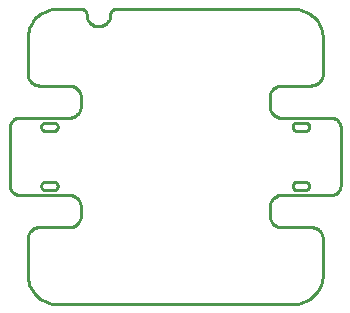
<source format=gko>
G04 EAGLE Gerber X2 export*
%TF.Part,Single*%
%TF.FileFunction,Profile,NP*%
%TF.FilePolarity,Positive*%
%TF.GenerationSoftware,Autodesk,EAGLE,9.6.2*%
%TF.CreationDate,2022-06-05T05:17:34Z*%
G75*
%MOMM*%
%FSLAX34Y34*%
%LPD*%
%IN*%
%AMOC8*
5,1,8,0,0,1.08239X$1,22.5*%
G01*
%ADD10C,0.254000*%


D10*
X0Y100300D02*
X30Y99603D01*
X122Y98911D01*
X273Y98229D01*
X482Y97564D01*
X750Y96919D01*
X1072Y96300D01*
X1447Y95711D01*
X1872Y95158D01*
X2343Y94643D01*
X2858Y94172D01*
X3411Y93747D01*
X4000Y93372D01*
X4619Y93050D01*
X5264Y92782D01*
X5929Y92573D01*
X6611Y92422D01*
X7303Y92330D01*
X8000Y92300D01*
X50000Y92300D01*
X50863Y92271D01*
X51721Y92167D01*
X52566Y91989D01*
X53392Y91737D01*
X54193Y91415D01*
X54963Y91024D01*
X55697Y90567D01*
X56387Y90048D01*
X57030Y89471D01*
X57620Y88840D01*
X58152Y88160D01*
X58624Y87437D01*
X59030Y86675D01*
X59369Y85880D01*
X59637Y85059D01*
X59832Y84218D01*
X59954Y83362D01*
X60000Y82500D01*
X60000Y75000D01*
X59962Y74128D01*
X59848Y73264D01*
X59659Y72412D01*
X59397Y71580D01*
X59063Y70774D01*
X58660Y70000D01*
X58192Y69264D01*
X57660Y68572D01*
X57071Y67929D01*
X56428Y67340D01*
X55736Y66808D01*
X55000Y66340D01*
X54226Y65937D01*
X53420Y65603D01*
X52588Y65341D01*
X51736Y65152D01*
X50872Y65038D01*
X50000Y65000D01*
X25000Y65000D01*
X24128Y64962D01*
X23264Y64848D01*
X22412Y64659D01*
X21580Y64397D01*
X20774Y64063D01*
X20000Y63660D01*
X19264Y63192D01*
X18572Y62660D01*
X17929Y62071D01*
X17340Y61428D01*
X16808Y60736D01*
X16340Y60000D01*
X15937Y59226D01*
X15603Y58420D01*
X15341Y57588D01*
X15152Y56736D01*
X15038Y55872D01*
X15000Y55000D01*
X15000Y25000D01*
X15095Y22821D01*
X15380Y20659D01*
X15852Y18530D01*
X16508Y16450D01*
X17342Y14435D01*
X18349Y12500D01*
X19521Y10661D01*
X20849Y8930D01*
X22322Y7322D01*
X23930Y5849D01*
X25661Y4521D01*
X27500Y3349D01*
X29435Y2342D01*
X31450Y1508D01*
X33530Y852D01*
X35659Y380D01*
X37821Y95D01*
X40000Y0D01*
X240000Y0D01*
X242179Y95D01*
X244341Y380D01*
X246470Y852D01*
X248551Y1508D01*
X250565Y2342D01*
X252500Y3349D01*
X254339Y4521D01*
X256070Y5849D01*
X257678Y7322D01*
X259151Y8930D01*
X260479Y10661D01*
X261651Y12500D01*
X262658Y14435D01*
X263492Y16450D01*
X264148Y18530D01*
X264620Y20659D01*
X264905Y22821D01*
X265000Y25000D01*
X265000Y55000D01*
X264962Y55872D01*
X264848Y56736D01*
X264659Y57588D01*
X264397Y58420D01*
X264063Y59226D01*
X263660Y60000D01*
X263192Y60736D01*
X262660Y61428D01*
X262071Y62071D01*
X261428Y62660D01*
X260736Y63192D01*
X260000Y63660D01*
X259226Y64063D01*
X258420Y64397D01*
X257588Y64659D01*
X256736Y64848D01*
X255872Y64962D01*
X255000Y65000D01*
X230000Y65000D01*
X229128Y65038D01*
X228264Y65152D01*
X227412Y65341D01*
X226580Y65603D01*
X225774Y65937D01*
X225000Y66340D01*
X224264Y66808D01*
X223572Y67340D01*
X222929Y67929D01*
X222340Y68572D01*
X221808Y69264D01*
X221340Y70000D01*
X220937Y70774D01*
X220603Y71580D01*
X220341Y72412D01*
X220152Y73264D01*
X220038Y74128D01*
X220000Y75000D01*
X220000Y82500D01*
X220046Y83362D01*
X220168Y84218D01*
X220363Y85059D01*
X220631Y85880D01*
X220970Y86675D01*
X221376Y87437D01*
X221848Y88160D01*
X222380Y88840D01*
X222970Y89471D01*
X223613Y90048D01*
X224304Y90567D01*
X225037Y91024D01*
X225807Y91415D01*
X226608Y91737D01*
X227434Y91989D01*
X228279Y92167D01*
X229137Y92271D01*
X230000Y92300D01*
X272000Y92300D01*
X272697Y92330D01*
X273389Y92422D01*
X274071Y92573D01*
X274736Y92782D01*
X275381Y93050D01*
X276000Y93372D01*
X276589Y93747D01*
X277142Y94172D01*
X277657Y94643D01*
X278128Y95158D01*
X278553Y95711D01*
X278928Y96300D01*
X279250Y96919D01*
X279518Y97564D01*
X279727Y98229D01*
X279878Y98911D01*
X279970Y99603D01*
X280000Y100300D01*
X280000Y149700D01*
X279970Y150397D01*
X279878Y151089D01*
X279727Y151771D01*
X279518Y152436D01*
X279250Y153081D01*
X278928Y153700D01*
X278553Y154289D01*
X278128Y154842D01*
X277657Y155357D01*
X277142Y155828D01*
X276589Y156253D01*
X276000Y156628D01*
X275381Y156950D01*
X274736Y157218D01*
X274071Y157427D01*
X273389Y157578D01*
X272697Y157670D01*
X272000Y157700D01*
X230000Y157700D01*
X229137Y157729D01*
X228279Y157833D01*
X227434Y158011D01*
X226608Y158263D01*
X225807Y158585D01*
X225037Y158976D01*
X224304Y159433D01*
X223613Y159952D01*
X222970Y160529D01*
X222380Y161160D01*
X221848Y161840D01*
X221376Y162563D01*
X220970Y163325D01*
X220631Y164120D01*
X220363Y164941D01*
X220168Y165782D01*
X220046Y166638D01*
X220000Y167500D01*
X220000Y175000D01*
X220038Y175872D01*
X220152Y176736D01*
X220341Y177588D01*
X220603Y178420D01*
X220937Y179226D01*
X221340Y180000D01*
X221808Y180736D01*
X222340Y181428D01*
X222929Y182071D01*
X223572Y182660D01*
X224264Y183192D01*
X225000Y183660D01*
X225774Y184063D01*
X226580Y184397D01*
X227412Y184659D01*
X228264Y184848D01*
X229128Y184962D01*
X230000Y185000D01*
X255000Y185000D01*
X255872Y185038D01*
X256736Y185152D01*
X257588Y185341D01*
X258420Y185603D01*
X259226Y185937D01*
X260000Y186340D01*
X260736Y186808D01*
X261428Y187340D01*
X262071Y187929D01*
X262660Y188572D01*
X263192Y189264D01*
X263660Y190000D01*
X264063Y190774D01*
X264397Y191580D01*
X264659Y192412D01*
X264848Y193264D01*
X264962Y194128D01*
X265000Y195000D01*
X265000Y225000D01*
X264905Y227179D01*
X264620Y229341D01*
X264148Y231470D01*
X263492Y233551D01*
X262658Y235565D01*
X261651Y237500D01*
X260479Y239339D01*
X259151Y241070D01*
X257678Y242678D01*
X256070Y244151D01*
X254339Y245479D01*
X252500Y246651D01*
X250565Y247658D01*
X248551Y248492D01*
X246470Y249148D01*
X244341Y249620D01*
X242179Y249905D01*
X240000Y250000D01*
X90000Y250000D01*
X89564Y249981D01*
X89132Y249924D01*
X88706Y249830D01*
X88290Y249698D01*
X87887Y249532D01*
X87500Y249330D01*
X87132Y249096D01*
X86786Y248830D01*
X86464Y248536D01*
X86170Y248214D01*
X85904Y247868D01*
X85670Y247500D01*
X85468Y247113D01*
X85302Y246710D01*
X85170Y246294D01*
X85076Y245868D01*
X85019Y245436D01*
X85000Y245000D01*
X84962Y244128D01*
X84848Y243264D01*
X84659Y242412D01*
X84397Y241580D01*
X84063Y240774D01*
X83660Y240000D01*
X83192Y239264D01*
X82660Y238572D01*
X82071Y237929D01*
X81428Y237340D01*
X80736Y236808D01*
X80000Y236340D01*
X79226Y235937D01*
X78420Y235603D01*
X77588Y235341D01*
X76736Y235152D01*
X75872Y235038D01*
X75000Y235000D01*
X74128Y235038D01*
X73264Y235152D01*
X72412Y235341D01*
X71580Y235603D01*
X70774Y235937D01*
X70000Y236340D01*
X69264Y236808D01*
X68572Y237340D01*
X67929Y237929D01*
X67340Y238572D01*
X66808Y239264D01*
X66340Y240000D01*
X65937Y240774D01*
X65603Y241580D01*
X65341Y242412D01*
X65152Y243264D01*
X65038Y244128D01*
X65000Y245000D01*
X64981Y245436D01*
X64924Y245868D01*
X64830Y246294D01*
X64698Y246710D01*
X64532Y247113D01*
X64330Y247500D01*
X64096Y247868D01*
X63830Y248214D01*
X63536Y248536D01*
X63214Y248830D01*
X62868Y249096D01*
X62500Y249330D01*
X62113Y249532D01*
X61710Y249698D01*
X61294Y249830D01*
X60868Y249924D01*
X60436Y249981D01*
X60000Y250000D01*
X40000Y250000D01*
X37821Y249905D01*
X35659Y249620D01*
X33530Y249148D01*
X31450Y248492D01*
X29435Y247658D01*
X27500Y246651D01*
X25661Y245479D01*
X23930Y244151D01*
X22322Y242678D01*
X20849Y241070D01*
X19521Y239339D01*
X18349Y237500D01*
X17342Y235565D01*
X16508Y233551D01*
X15852Y231470D01*
X15380Y229341D01*
X15095Y227179D01*
X15000Y225000D01*
X15000Y195000D01*
X15038Y194128D01*
X15152Y193264D01*
X15341Y192412D01*
X15603Y191580D01*
X15937Y190774D01*
X16340Y190000D01*
X16808Y189264D01*
X17340Y188572D01*
X17929Y187929D01*
X18572Y187340D01*
X19264Y186808D01*
X20000Y186340D01*
X20774Y185937D01*
X21580Y185603D01*
X22412Y185341D01*
X23264Y185152D01*
X24128Y185038D01*
X25000Y185000D01*
X50000Y185000D01*
X50872Y184962D01*
X51736Y184848D01*
X52588Y184659D01*
X53420Y184397D01*
X54226Y184063D01*
X55000Y183660D01*
X55736Y183192D01*
X56428Y182660D01*
X57071Y182071D01*
X57660Y181428D01*
X58192Y180736D01*
X58660Y180000D01*
X59063Y179226D01*
X59397Y178420D01*
X59659Y177588D01*
X59848Y176736D01*
X59962Y175872D01*
X60000Y175000D01*
X60000Y167500D01*
X59954Y166638D01*
X59832Y165782D01*
X59637Y164941D01*
X59369Y164120D01*
X59030Y163325D01*
X58624Y162563D01*
X58152Y161840D01*
X57620Y161160D01*
X57030Y160529D01*
X56387Y159952D01*
X55697Y159433D01*
X54963Y158976D01*
X54193Y158585D01*
X53392Y158263D01*
X52566Y158011D01*
X51721Y157833D01*
X50863Y157729D01*
X50000Y157700D01*
X8000Y157700D01*
X7303Y157670D01*
X6611Y157578D01*
X5929Y157427D01*
X5264Y157218D01*
X4619Y156950D01*
X4000Y156628D01*
X3411Y156253D01*
X2858Y155828D01*
X2343Y155357D01*
X1872Y154842D01*
X1447Y154289D01*
X1072Y153700D01*
X750Y153081D01*
X482Y152436D01*
X273Y151771D01*
X122Y151089D01*
X30Y150397D01*
X0Y149700D01*
X0Y100300D01*
X239500Y100000D02*
X239513Y99695D01*
X239553Y99392D01*
X239619Y99094D01*
X239711Y98803D01*
X239828Y98521D01*
X239969Y98250D01*
X240133Y97992D01*
X240319Y97750D01*
X240525Y97525D01*
X240750Y97319D01*
X240992Y97133D01*
X241250Y96969D01*
X241521Y96828D01*
X241803Y96711D01*
X242094Y96619D01*
X242392Y96553D01*
X242695Y96513D01*
X243000Y96500D01*
X250000Y96500D01*
X250305Y96513D01*
X250608Y96553D01*
X250906Y96619D01*
X251197Y96711D01*
X251479Y96828D01*
X251750Y96969D01*
X252008Y97133D01*
X252250Y97319D01*
X252475Y97525D01*
X252681Y97750D01*
X252867Y97992D01*
X253031Y98250D01*
X253172Y98521D01*
X253289Y98803D01*
X253381Y99094D01*
X253447Y99392D01*
X253487Y99695D01*
X253500Y100000D01*
X253487Y100305D01*
X253447Y100608D01*
X253381Y100906D01*
X253289Y101197D01*
X253172Y101479D01*
X253031Y101750D01*
X252867Y102008D01*
X252681Y102250D01*
X252475Y102475D01*
X252250Y102681D01*
X252008Y102867D01*
X251750Y103031D01*
X251479Y103172D01*
X251197Y103289D01*
X250906Y103381D01*
X250608Y103447D01*
X250305Y103487D01*
X250000Y103500D01*
X243000Y103500D01*
X242695Y103487D01*
X242392Y103447D01*
X242094Y103381D01*
X241803Y103289D01*
X241521Y103172D01*
X241250Y103031D01*
X240992Y102867D01*
X240750Y102681D01*
X240525Y102475D01*
X240319Y102250D01*
X240133Y102008D01*
X239969Y101750D01*
X239828Y101479D01*
X239711Y101197D01*
X239619Y100906D01*
X239553Y100608D01*
X239513Y100305D01*
X239500Y100000D01*
X239500Y150000D02*
X239513Y149695D01*
X239553Y149392D01*
X239619Y149094D01*
X239711Y148803D01*
X239828Y148521D01*
X239969Y148250D01*
X240133Y147992D01*
X240319Y147750D01*
X240525Y147525D01*
X240750Y147319D01*
X240992Y147133D01*
X241250Y146969D01*
X241521Y146828D01*
X241803Y146711D01*
X242094Y146619D01*
X242392Y146553D01*
X242695Y146513D01*
X243000Y146500D01*
X250000Y146500D01*
X250305Y146513D01*
X250608Y146553D01*
X250906Y146619D01*
X251197Y146711D01*
X251479Y146828D01*
X251750Y146969D01*
X252008Y147133D01*
X252250Y147319D01*
X252475Y147525D01*
X252681Y147750D01*
X252867Y147992D01*
X253031Y148250D01*
X253172Y148521D01*
X253289Y148803D01*
X253381Y149094D01*
X253447Y149392D01*
X253487Y149695D01*
X253500Y150000D01*
X253487Y150305D01*
X253447Y150608D01*
X253381Y150906D01*
X253289Y151197D01*
X253172Y151479D01*
X253031Y151750D01*
X252867Y152008D01*
X252681Y152250D01*
X252475Y152475D01*
X252250Y152681D01*
X252008Y152867D01*
X251750Y153031D01*
X251479Y153172D01*
X251197Y153289D01*
X250906Y153381D01*
X250608Y153447D01*
X250305Y153487D01*
X250000Y153500D01*
X243000Y153500D01*
X242695Y153487D01*
X242392Y153447D01*
X242094Y153381D01*
X241803Y153289D01*
X241521Y153172D01*
X241250Y153031D01*
X240992Y152867D01*
X240750Y152681D01*
X240525Y152475D01*
X240319Y152250D01*
X240133Y152008D01*
X239969Y151750D01*
X239828Y151479D01*
X239711Y151197D01*
X239619Y150906D01*
X239553Y150608D01*
X239513Y150305D01*
X239500Y150000D01*
X26500Y150000D02*
X26513Y149695D01*
X26553Y149392D01*
X26619Y149094D01*
X26711Y148803D01*
X26828Y148521D01*
X26969Y148250D01*
X27133Y147992D01*
X27319Y147750D01*
X27525Y147525D01*
X27750Y147319D01*
X27992Y147133D01*
X28250Y146969D01*
X28521Y146828D01*
X28803Y146711D01*
X29094Y146619D01*
X29392Y146553D01*
X29695Y146513D01*
X30000Y146500D01*
X37000Y146500D01*
X37305Y146513D01*
X37608Y146553D01*
X37906Y146619D01*
X38197Y146711D01*
X38479Y146828D01*
X38750Y146969D01*
X39008Y147133D01*
X39250Y147319D01*
X39475Y147525D01*
X39681Y147750D01*
X39867Y147992D01*
X40031Y148250D01*
X40172Y148521D01*
X40289Y148803D01*
X40381Y149094D01*
X40447Y149392D01*
X40487Y149695D01*
X40500Y150000D01*
X40487Y150305D01*
X40447Y150608D01*
X40381Y150906D01*
X40289Y151197D01*
X40172Y151479D01*
X40031Y151750D01*
X39867Y152008D01*
X39681Y152250D01*
X39475Y152475D01*
X39250Y152681D01*
X39008Y152867D01*
X38750Y153031D01*
X38479Y153172D01*
X38197Y153289D01*
X37906Y153381D01*
X37608Y153447D01*
X37305Y153487D01*
X37000Y153500D01*
X30000Y153500D01*
X29695Y153487D01*
X29392Y153447D01*
X29094Y153381D01*
X28803Y153289D01*
X28521Y153172D01*
X28250Y153031D01*
X27992Y152867D01*
X27750Y152681D01*
X27525Y152475D01*
X27319Y152250D01*
X27133Y152008D01*
X26969Y151750D01*
X26828Y151479D01*
X26711Y151197D01*
X26619Y150906D01*
X26553Y150608D01*
X26513Y150305D01*
X26500Y150000D01*
X26500Y100000D02*
X26513Y99695D01*
X26553Y99392D01*
X26619Y99094D01*
X26711Y98803D01*
X26828Y98521D01*
X26969Y98250D01*
X27133Y97992D01*
X27319Y97750D01*
X27525Y97525D01*
X27750Y97319D01*
X27992Y97133D01*
X28250Y96969D01*
X28521Y96828D01*
X28803Y96711D01*
X29094Y96619D01*
X29392Y96553D01*
X29695Y96513D01*
X30000Y96500D01*
X37000Y96500D01*
X37305Y96513D01*
X37608Y96553D01*
X37906Y96619D01*
X38197Y96711D01*
X38479Y96828D01*
X38750Y96969D01*
X39008Y97133D01*
X39250Y97319D01*
X39475Y97525D01*
X39681Y97750D01*
X39867Y97992D01*
X40031Y98250D01*
X40172Y98521D01*
X40289Y98803D01*
X40381Y99094D01*
X40447Y99392D01*
X40487Y99695D01*
X40500Y100000D01*
X40487Y100305D01*
X40447Y100608D01*
X40381Y100906D01*
X40289Y101197D01*
X40172Y101479D01*
X40031Y101750D01*
X39867Y102008D01*
X39681Y102250D01*
X39475Y102475D01*
X39250Y102681D01*
X39008Y102867D01*
X38750Y103031D01*
X38479Y103172D01*
X38197Y103289D01*
X37906Y103381D01*
X37608Y103447D01*
X37305Y103487D01*
X37000Y103500D01*
X30000Y103500D01*
X29695Y103487D01*
X29392Y103447D01*
X29094Y103381D01*
X28803Y103289D01*
X28521Y103172D01*
X28250Y103031D01*
X27992Y102867D01*
X27750Y102681D01*
X27525Y102475D01*
X27319Y102250D01*
X27133Y102008D01*
X26969Y101750D01*
X26828Y101479D01*
X26711Y101197D01*
X26619Y100906D01*
X26553Y100608D01*
X26513Y100305D01*
X26500Y100000D01*
M02*

</source>
